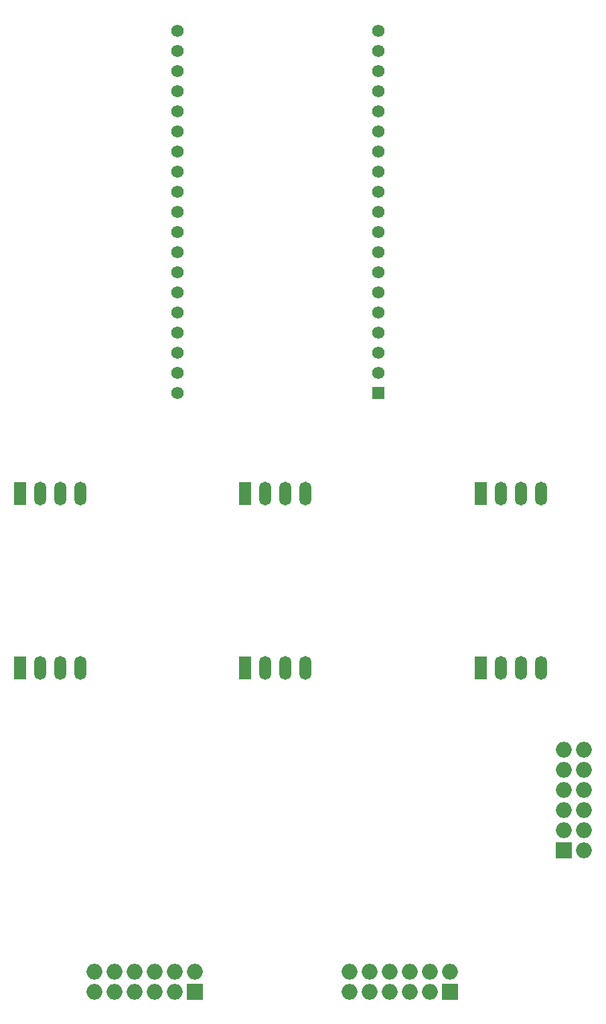
<source format=gbs>
G04 #@! TF.GenerationSoftware,KiCad,Pcbnew,6.0.2-378541a8eb~116~ubuntu20.04.1*
G04 #@! TF.CreationDate,2023-01-27T16:22:06+01:00*
G04 #@! TF.ProjectId,BUCKY_MAIN,4255434b-595f-44d4-9149-4e2e6b696361,rev?*
G04 #@! TF.SameCoordinates,Original*
G04 #@! TF.FileFunction,Soldermask,Bot*
G04 #@! TF.FilePolarity,Negative*
%FSLAX46Y46*%
G04 Gerber Fmt 4.6, Leading zero omitted, Abs format (unit mm)*
G04 Created by KiCad (PCBNEW 6.0.2-378541a8eb~116~ubuntu20.04.1) date 2023-01-27 16:22:06*
%MOMM*%
%LPD*%
G01*
G04 APERTURE LIST*
%ADD10R,1.500000X3.000000*%
%ADD11O,1.500000X3.000000*%
%ADD12R,1.560000X1.560000*%
%ADD13C,1.560000*%
%ADD14O,2.000000X2.000000*%
%ADD15R,2.000000X2.000000*%
G04 APERTURE END LIST*
D10*
X114450000Y-117000000D03*
D11*
X116990000Y-117000000D03*
X119530000Y-117000000D03*
X122070000Y-117000000D03*
D10*
X114450000Y-94975000D03*
D11*
X116990000Y-94975000D03*
X119530000Y-94975000D03*
X122070000Y-94975000D03*
D10*
X142900000Y-117000000D03*
D11*
X145440000Y-117000000D03*
X147980000Y-117000000D03*
X150520000Y-117000000D03*
D10*
X142900000Y-94975000D03*
D11*
X145440000Y-94975000D03*
X147980000Y-94975000D03*
X150520000Y-94975000D03*
D12*
X159700000Y-82260000D03*
D13*
X159700000Y-79720000D03*
X159700000Y-77180000D03*
X159700000Y-74640000D03*
X159700000Y-72100000D03*
X159700000Y-69560000D03*
X159700000Y-67020000D03*
X159700000Y-64480000D03*
X159700000Y-61940000D03*
X159700000Y-59400000D03*
X159700000Y-56860000D03*
X159700000Y-54320000D03*
X159700000Y-51780000D03*
X159700000Y-49240000D03*
X159700000Y-46700000D03*
X159700000Y-44160000D03*
X159700000Y-41620000D03*
X159700000Y-39080000D03*
X159700000Y-36540000D03*
X134300000Y-82260000D03*
X134300000Y-79720000D03*
X134300000Y-77180000D03*
X134300000Y-74640000D03*
X134300000Y-72100000D03*
X134300000Y-69560000D03*
X134300000Y-67020000D03*
X134300000Y-64480000D03*
X134300000Y-61940000D03*
X134300000Y-59400000D03*
X134300000Y-56860000D03*
X134300000Y-54320000D03*
X134300000Y-51780000D03*
X134300000Y-49240000D03*
X134300000Y-46700000D03*
X134300000Y-44160000D03*
X134300000Y-41620000D03*
X134300000Y-39080000D03*
X134300000Y-36540000D03*
D14*
X123850000Y-157875000D03*
X134010000Y-155335000D03*
X123850000Y-155335000D03*
X126390000Y-157875000D03*
X126390000Y-155335000D03*
X136550000Y-155335000D03*
X131470000Y-155335000D03*
X131470000Y-157875000D03*
X128930000Y-155335000D03*
X128930000Y-157875000D03*
X134010000Y-157875000D03*
D15*
X136550000Y-157875000D03*
D14*
X163670000Y-157875000D03*
X166210000Y-155335000D03*
X158590000Y-157875000D03*
X161130000Y-155335000D03*
X166210000Y-157875000D03*
X168750000Y-155335000D03*
X161130000Y-157875000D03*
D15*
X168750000Y-157875000D03*
D14*
X163670000Y-155335000D03*
X185690000Y-132380000D03*
X185690000Y-137460000D03*
X185690000Y-127300000D03*
X183150000Y-129840000D03*
X183150000Y-132380000D03*
D15*
X183150000Y-140000000D03*
D14*
X185690000Y-134920000D03*
X185690000Y-129840000D03*
X183150000Y-134920000D03*
X185690000Y-140000000D03*
X183150000Y-127300000D03*
X183150000Y-137460000D03*
X158590000Y-155335000D03*
X156050000Y-155335000D03*
X156050000Y-157875000D03*
D10*
X172700000Y-117000000D03*
D11*
X175240000Y-117000000D03*
X177780000Y-117000000D03*
X180320000Y-117000000D03*
D10*
X172700000Y-94975000D03*
D11*
X175240000Y-94975000D03*
X177780000Y-94975000D03*
X180320000Y-94975000D03*
M02*

</source>
